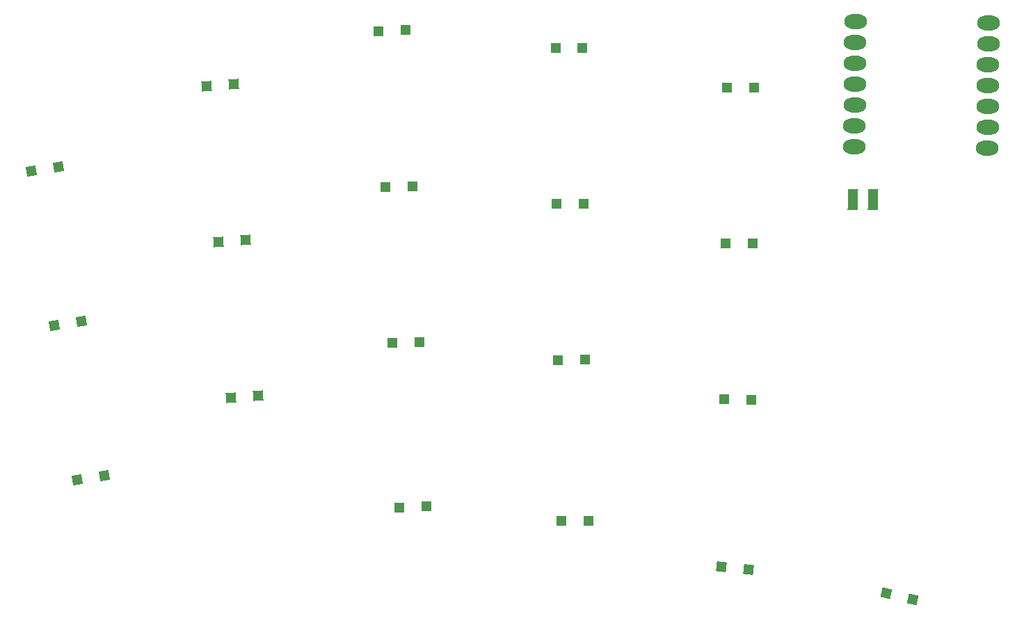
<source format=gbr>
%TF.GenerationSoftware,KiCad,Pcbnew,7.0.7*%
%TF.CreationDate,2023-10-01T20:36:35+02:00*%
%TF.ProjectId,goose_reversible_pcb_routed,676f6f73-655f-4726-9576-65727369626c,v1.0.0*%
%TF.SameCoordinates,Original*%
%TF.FileFunction,Paste,Bot*%
%TF.FilePolarity,Positive*%
%FSLAX46Y46*%
G04 Gerber Fmt 4.6, Leading zero omitted, Abs format (unit mm)*
G04 Created by KiCad (PCBNEW 7.0.7) date 2023-10-01 20:36:35*
%MOMM*%
%LPD*%
G01*
G04 APERTURE LIST*
G04 Aperture macros list*
%AMHorizOval*
0 Thick line with rounded ends*
0 $1 width*
0 $2 $3 position (X,Y) of the first rounded end (center of the circle)*
0 $4 $5 position (X,Y) of the second rounded end (center of the circle)*
0 Add line between two ends*
20,1,$1,$2,$3,$4,$5,0*
0 Add two circle primitives to create the rounded ends*
1,1,$1,$2,$3*
1,1,$1,$4,$5*%
%AMRotRect*
0 Rectangle, with rotation*
0 The origin of the aperture is its center*
0 $1 length*
0 $2 width*
0 $3 Rotation angle, in degrees counterclockwise*
0 Add horizontal line*
21,1,$1,$2,0,0,$3*%
G04 Aperture macros list end*
%ADD10RotRect,1.250000X2.500000X359.500000*%
%ADD11HorizOval,1.800000X0.474982X-0.004145X-0.474982X0.004145X0*%
%ADD12HorizOval,1.800000X-0.474982X0.004145X0.474982X-0.004145X0*%
%ADD13RotRect,1.200000X1.200000X180.500000*%
%ADD14RotRect,1.200000X1.200000X182.500000*%
%ADD15RotRect,1.200000X1.200000X173.500000*%
%ADD16RotRect,1.200000X1.200000X179.500000*%
%ADD17RotRect,1.200000X1.200000X184.500000*%
%ADD18RotRect,1.200000X1.200000X188.500000*%
%ADD19RotRect,1.200000X1.200000X167.500000*%
G04 APERTURE END LIST*
D10*
%TO.C,PAD1*%
X270283558Y-138812287D03*
X272783462Y-138834103D03*
%TD*%
D11*
%TO.C,MCU1*%
X286812315Y-117335712D03*
X286790150Y-119875615D03*
X286767984Y-122415518D03*
X286745819Y-124955422D03*
X286723654Y-127495325D03*
X286701488Y-130035228D03*
X286679323Y-132575132D03*
D12*
X270489939Y-132433849D03*
X270512105Y-129893946D03*
X270534270Y-127354043D03*
X270556435Y-124814139D03*
X270578601Y-122274236D03*
X270600766Y-119734333D03*
X270622932Y-117194429D03*
%TD*%
D13*
%TO.C,Di17*%
X238109592Y-177924523D03*
X234809718Y-177953321D03*
%TD*%
D14*
%TO.C,Di8*%
X216721066Y-137196412D03*
X213424206Y-137340356D03*
%TD*%
D15*
%TO.C,Di18*%
X257634273Y-183903257D03*
X254355485Y-183529687D03*
%TD*%
D13*
%TO.C,Di11*%
X237590095Y-139354595D03*
X234290221Y-139383393D03*
%TD*%
D16*
%TO.C,Di15*%
X258301821Y-125207213D03*
X255001947Y-125178415D03*
%TD*%
%TO.C,Di13*%
X257970221Y-163205770D03*
X254670347Y-163176972D03*
%TD*%
D14*
%TO.C,Di9*%
X215892280Y-118214504D03*
X212595420Y-118358448D03*
%TD*%
D13*
%TO.C,Di10*%
X237755900Y-158353879D03*
X234456026Y-158382677D03*
%TD*%
D17*
%TO.C,Di5*%
X196417077Y-143743214D03*
X193127249Y-144002130D03*
%TD*%
%TO.C,Di6*%
X194926364Y-124801777D03*
X191636536Y-125060693D03*
%TD*%
D18*
%TO.C,Di2*%
X176405564Y-153659604D03*
X173141812Y-154147376D03*
%TD*%
%TO.C,Di3*%
X173597184Y-134868302D03*
X170333432Y-135356074D03*
%TD*%
D13*
%TO.C,Di12*%
X237424293Y-120355325D03*
X234124419Y-120384123D03*
%TD*%
D16*
%TO.C,Di14*%
X258136028Y-144206488D03*
X254836154Y-144177690D03*
%TD*%
D19*
%TO.C,Di19*%
X277603813Y-187502939D03*
X274382037Y-186788689D03*
%TD*%
D17*
%TO.C,Di4*%
X197907821Y-162684640D03*
X194617993Y-162943556D03*
%TD*%
D14*
%TO.C,Di16*%
X218424399Y-176209244D03*
X215127539Y-176353188D03*
%TD*%
%TO.C,Di7*%
X217549837Y-156178337D03*
X214252977Y-156322281D03*
%TD*%
D18*
%TO.C,Di1*%
X179213945Y-172450910D03*
X175950193Y-172938682D03*
%TD*%
M02*

</source>
